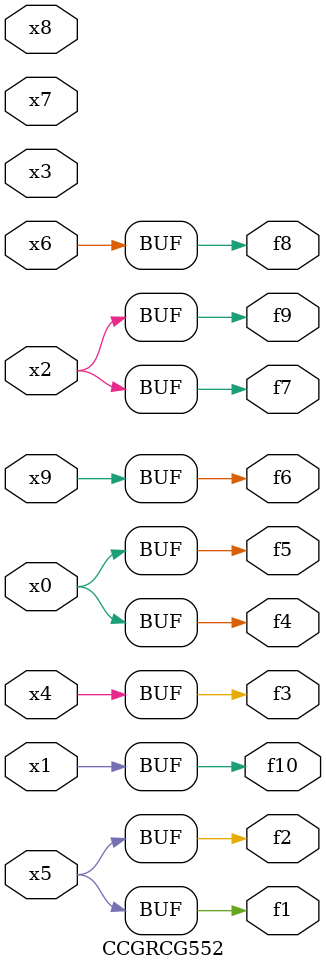
<source format=v>
module CCGRCG552(
	input x0, x1, x2, x3, x4, x5, x6, x7, x8, x9,
	output f1, f2, f3, f4, f5, f6, f7, f8, f9, f10
);
	assign f1 = x5;
	assign f2 = x5;
	assign f3 = x4;
	assign f4 = x0;
	assign f5 = x0;
	assign f6 = x9;
	assign f7 = x2;
	assign f8 = x6;
	assign f9 = x2;
	assign f10 = x1;
endmodule

</source>
